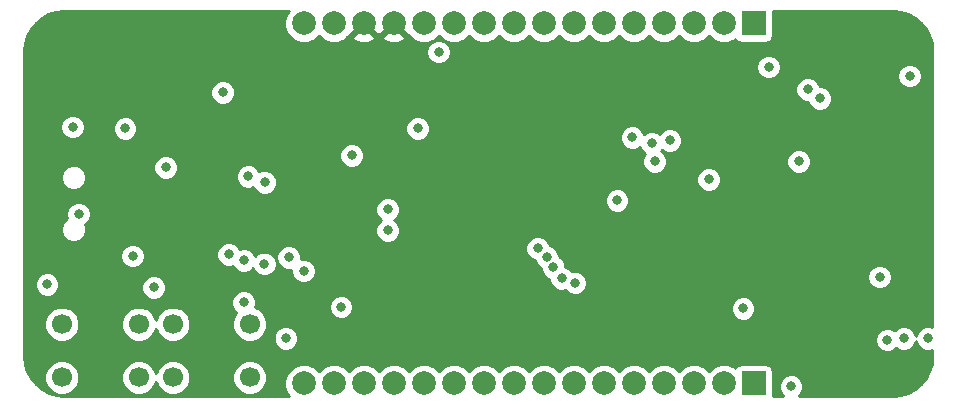
<source format=gbr>
G04 #@! TF.GenerationSoftware,KiCad,Pcbnew,(5.0.0)*
G04 #@! TF.CreationDate,2018-11-26T12:29:23+08:00*
G04 #@! TF.ProjectId,Clouduino Stratus Rev 1,436C6F756475696E6F20537472617475,rev?*
G04 #@! TF.SameCoordinates,Original*
G04 #@! TF.FileFunction,Copper,L3,Inr,Signal*
G04 #@! TF.FilePolarity,Positive*
%FSLAX46Y46*%
G04 Gerber Fmt 4.6, Leading zero omitted, Abs format (unit mm)*
G04 Created by KiCad (PCBNEW (5.0.0)) date 11/26/18 12:29:23*
%MOMM*%
%LPD*%
G01*
G04 APERTURE LIST*
G04 #@! TA.AperFunction,ViaPad*
%ADD10C,2.000000*%
G04 #@! TD*
G04 #@! TA.AperFunction,ViaPad*
%ADD11R,2.000000X2.000000*%
G04 #@! TD*
G04 #@! TA.AperFunction,ViaPad*
%ADD12C,1.700000*%
G04 #@! TD*
G04 #@! TA.AperFunction,ViaPad*
%ADD13C,0.800000*%
G04 #@! TD*
G04 #@! TA.AperFunction,Conductor*
%ADD14C,0.254000*%
G04 #@! TD*
G04 APERTURE END LIST*
D10*
G04 #@! TO.N,5V-USB*
G04 #@! TO.C,J2*
X99822000Y-50292000D03*
G04 #@! TO.N,VIN_Breakout*
X102362000Y-50292000D03*
G04 #@! TO.N,VCC*
X104902000Y-50292000D03*
X107442000Y-50292000D03*
G04 #@! TO.N,GND*
X109982000Y-50292000D03*
X112522000Y-50292000D03*
G04 #@! TO.N,GPIO8*
X115062000Y-50292000D03*
G04 #@! TO.N,GPIO7*
X117602000Y-50292000D03*
G04 #@! TO.N,GPIO6*
X120142000Y-50292000D03*
G04 #@! TO.N,GPIO5*
X122682000Y-50292000D03*
G04 #@! TO.N,GPIO4*
X125222000Y-50292000D03*
G04 #@! TO.N,GPIO3*
X127762000Y-50292000D03*
G04 #@! TO.N,GPIO2*
X130302000Y-50292000D03*
G04 #@! TO.N,GPIO1*
X132842000Y-50292000D03*
G04 #@! TO.N,INTA_Breakout*
X135382000Y-50292000D03*
D11*
G04 #@! TO.N,INTB_Breakout*
X137922000Y-50292000D03*
G04 #@! TD*
G04 #@! TO.N,ADC-CH7*
G04 #@! TO.C,J3*
X137922000Y-80772000D03*
D10*
G04 #@! TO.N,ADC-CH6*
X135382000Y-80772000D03*
G04 #@! TO.N,ADC-CH5*
X132842000Y-80772000D03*
G04 #@! TO.N,ADC-CH4*
X130302000Y-80772000D03*
G04 #@! TO.N,ADC-CH3*
X127762000Y-80772000D03*
G04 #@! TO.N,ADC-CH2*
X125222000Y-80772000D03*
G04 #@! TO.N,ADC-CH1*
X122682000Y-80772000D03*
G04 #@! TO.N,ADC-CH0*
X120142000Y-80772000D03*
G04 #@! TO.N,GPIO16*
X117602000Y-80772000D03*
G04 #@! TO.N,GPIO15*
X115062000Y-80772000D03*
G04 #@! TO.N,GPIO14*
X112522000Y-80772000D03*
G04 #@! TO.N,GPIO13*
X109982000Y-80772000D03*
G04 #@! TO.N,GPIO12*
X107442000Y-80772000D03*
G04 #@! TO.N,GPIO11*
X104902000Y-80772000D03*
G04 #@! TO.N,GPIO10*
X102362000Y-80772000D03*
G04 #@! TO.N,GPIO9*
X99822000Y-80772000D03*
G04 #@! TD*
D12*
G04 #@! TO.N,N/C*
G04 #@! TO.C,RST*
X88750000Y-75764000D03*
X95250000Y-75764000D03*
G04 #@! TO.N,AUTO-RESET*
X88750000Y-80264000D03*
G04 #@! TO.N,Net-(R9-Pad2)*
X95250000Y-80264000D03*
G04 #@! TD*
G04 #@! TO.N,GPIO0*
G04 #@! TO.C,PRG*
X85852000Y-80264000D03*
G04 #@! TO.N,Net-(PRG1-Pad2)*
X79352000Y-80264000D03*
G04 #@! TO.N,N/C*
X85852000Y-75764000D03*
X79352000Y-75764000D03*
G04 #@! TD*
D13*
G04 #@! TO.N,GND*
X119634000Y-69342000D03*
X134112000Y-63500000D03*
X109474000Y-59182000D03*
X103886000Y-61468000D03*
X96493366Y-70641413D03*
X92964000Y-56134000D03*
X87122000Y-72644000D03*
X88138000Y-62484000D03*
X99822000Y-71247000D03*
X111252000Y-52705000D03*
X139192000Y-53975000D03*
X141097000Y-81026000D03*
X137033000Y-74422000D03*
X126365000Y-65278000D03*
X80772000Y-66421000D03*
X80264000Y-59055000D03*
X78105000Y-72390000D03*
X85344000Y-69977000D03*
G04 #@! TO.N,VCC*
X120904000Y-68072000D03*
X105156000Y-57150000D03*
X106172000Y-52705000D03*
X126492000Y-58293000D03*
X139192000Y-55880000D03*
X146558000Y-51689000D03*
X143637000Y-81026000D03*
X115824000Y-75057000D03*
G04 #@! TO.N,IO_POWER*
X93472000Y-69850000D03*
X94742000Y-73914000D03*
X95123000Y-63246000D03*
G04 #@! TO.N,5V-USB*
X94742000Y-70358000D03*
X84709000Y-59182000D03*
G04 #@! TO.N,ESP-GPIO12*
X120396000Y-70104000D03*
X142494000Y-55880000D03*
X141732000Y-61976000D03*
X129540000Y-61976000D03*
G04 #@! TO.N,ESP-GPIO13*
X120950701Y-70936051D03*
X130810000Y-60198000D03*
G04 #@! TO.N,ESP-GPIO14*
X121666000Y-71882000D03*
X127635000Y-59944000D03*
X129286000Y-60452000D03*
X143510000Y-56642000D03*
G04 #@! TO.N,ESP-GPIO5*
X122809000Y-72263000D03*
X148590000Y-71755000D03*
G04 #@! TO.N,ESP-TX*
X96520000Y-63754000D03*
X152654000Y-76962000D03*
G04 #@! TO.N,ESP-RX*
X98552000Y-70104000D03*
X150622000Y-76962000D03*
G04 #@! TO.N,GPIO0*
X106934000Y-66040000D03*
X149225000Y-77089000D03*
G04 #@! TO.N,Net-(R9-Pad2)*
X98310700Y-76949300D03*
G04 #@! TO.N,AUTO-RESET*
X106934000Y-67818000D03*
X151130000Y-54737000D03*
X102997000Y-74295000D03*
G04 #@! TD*
D14*
G04 #@! TO.N,VCC*
G36*
X98435914Y-49365847D02*
X98187000Y-49966778D01*
X98187000Y-50617222D01*
X98435914Y-51218153D01*
X98895847Y-51678086D01*
X99496778Y-51927000D01*
X100147222Y-51927000D01*
X100748153Y-51678086D01*
X101092000Y-51334239D01*
X101435847Y-51678086D01*
X102036778Y-51927000D01*
X102687222Y-51927000D01*
X103288153Y-51678086D01*
X103521707Y-51444532D01*
X103929073Y-51444532D01*
X104027736Y-51711387D01*
X104637461Y-51937908D01*
X105287460Y-51913856D01*
X105776264Y-51711387D01*
X105874927Y-51444532D01*
X106469073Y-51444532D01*
X106567736Y-51711387D01*
X107177461Y-51937908D01*
X107827460Y-51913856D01*
X108316264Y-51711387D01*
X108414927Y-51444532D01*
X107442000Y-50471605D01*
X106469073Y-51444532D01*
X105874927Y-51444532D01*
X104902000Y-50471605D01*
X103929073Y-51444532D01*
X103521707Y-51444532D01*
X103714311Y-51251928D01*
X103749468Y-51264927D01*
X104722395Y-50292000D01*
X104708253Y-50277858D01*
X104887858Y-50098253D01*
X104902000Y-50112395D01*
X104916143Y-50098253D01*
X105095748Y-50277858D01*
X105081605Y-50292000D01*
X106054532Y-51264927D01*
X106172000Y-51221496D01*
X106289468Y-51264927D01*
X107262395Y-50292000D01*
X107248253Y-50277858D01*
X107427858Y-50098253D01*
X107442000Y-50112395D01*
X107456143Y-50098253D01*
X107635748Y-50277858D01*
X107621605Y-50292000D01*
X108594532Y-51264927D01*
X108629689Y-51251928D01*
X109055847Y-51678086D01*
X109656778Y-51927000D01*
X110307222Y-51927000D01*
X110908153Y-51678086D01*
X111252000Y-51334239D01*
X111595847Y-51678086D01*
X112196778Y-51927000D01*
X112847222Y-51927000D01*
X113448153Y-51678086D01*
X113792000Y-51334239D01*
X114135847Y-51678086D01*
X114736778Y-51927000D01*
X115387222Y-51927000D01*
X115988153Y-51678086D01*
X116332000Y-51334239D01*
X116675847Y-51678086D01*
X117276778Y-51927000D01*
X117927222Y-51927000D01*
X118528153Y-51678086D01*
X118872000Y-51334239D01*
X119215847Y-51678086D01*
X119816778Y-51927000D01*
X120467222Y-51927000D01*
X121068153Y-51678086D01*
X121412000Y-51334239D01*
X121755847Y-51678086D01*
X122356778Y-51927000D01*
X123007222Y-51927000D01*
X123608153Y-51678086D01*
X123952000Y-51334239D01*
X124295847Y-51678086D01*
X124896778Y-51927000D01*
X125547222Y-51927000D01*
X126148153Y-51678086D01*
X126492000Y-51334239D01*
X126835847Y-51678086D01*
X127436778Y-51927000D01*
X128087222Y-51927000D01*
X128688153Y-51678086D01*
X129032000Y-51334239D01*
X129375847Y-51678086D01*
X129976778Y-51927000D01*
X130627222Y-51927000D01*
X131228153Y-51678086D01*
X131572000Y-51334239D01*
X131915847Y-51678086D01*
X132516778Y-51927000D01*
X133167222Y-51927000D01*
X133768153Y-51678086D01*
X134112000Y-51334239D01*
X134455847Y-51678086D01*
X135056778Y-51927000D01*
X135707222Y-51927000D01*
X136308153Y-51678086D01*
X136372962Y-51613277D01*
X136464191Y-51749809D01*
X136674235Y-51890157D01*
X136922000Y-51939440D01*
X138922000Y-51939440D01*
X139169765Y-51890157D01*
X139379809Y-51749809D01*
X139520157Y-51539765D01*
X139569440Y-51292000D01*
X139569440Y-49292000D01*
X139560887Y-49249000D01*
X149697054Y-49249000D01*
X150378919Y-49315857D01*
X151000243Y-49503446D01*
X151573289Y-49808141D01*
X152076244Y-50218341D01*
X152489943Y-50718417D01*
X152798632Y-51289324D01*
X152990553Y-51909320D01*
X153062000Y-52589093D01*
X153062001Y-76010724D01*
X152859874Y-75927000D01*
X152448126Y-75927000D01*
X152067720Y-76084569D01*
X151776569Y-76375720D01*
X151638000Y-76710256D01*
X151499431Y-76375720D01*
X151208280Y-76084569D01*
X150827874Y-75927000D01*
X150416126Y-75927000D01*
X150035720Y-76084569D01*
X149860000Y-76260289D01*
X149811280Y-76211569D01*
X149430874Y-76054000D01*
X149019126Y-76054000D01*
X148638720Y-76211569D01*
X148347569Y-76502720D01*
X148190000Y-76883126D01*
X148190000Y-77294874D01*
X148347569Y-77675280D01*
X148638720Y-77966431D01*
X149019126Y-78124000D01*
X149430874Y-78124000D01*
X149811280Y-77966431D01*
X149987000Y-77790711D01*
X150035720Y-77839431D01*
X150416126Y-77997000D01*
X150827874Y-77997000D01*
X151208280Y-77839431D01*
X151499431Y-77548280D01*
X151638000Y-77213744D01*
X151776569Y-77548280D01*
X152067720Y-77839431D01*
X152448126Y-77997000D01*
X152859874Y-77997000D01*
X153062001Y-77913276D01*
X153062001Y-78450044D01*
X152995143Y-79131920D01*
X152807554Y-79753243D01*
X152502860Y-80326288D01*
X152092659Y-80829244D01*
X151592583Y-81242943D01*
X151021670Y-81551635D01*
X150401679Y-81743553D01*
X149721907Y-81815000D01*
X141771711Y-81815000D01*
X141974431Y-81612280D01*
X142132000Y-81231874D01*
X142132000Y-80820126D01*
X141974431Y-80439720D01*
X141683280Y-80148569D01*
X141302874Y-79991000D01*
X140891126Y-79991000D01*
X140510720Y-80148569D01*
X140219569Y-80439720D01*
X140062000Y-80820126D01*
X140062000Y-81231874D01*
X140219569Y-81612280D01*
X140422289Y-81815000D01*
X139560887Y-81815000D01*
X139569440Y-81772000D01*
X139569440Y-79772000D01*
X139520157Y-79524235D01*
X139379809Y-79314191D01*
X139169765Y-79173843D01*
X138922000Y-79124560D01*
X136922000Y-79124560D01*
X136674235Y-79173843D01*
X136464191Y-79314191D01*
X136372962Y-79450723D01*
X136308153Y-79385914D01*
X135707222Y-79137000D01*
X135056778Y-79137000D01*
X134455847Y-79385914D01*
X134112000Y-79729761D01*
X133768153Y-79385914D01*
X133167222Y-79137000D01*
X132516778Y-79137000D01*
X131915847Y-79385914D01*
X131572000Y-79729761D01*
X131228153Y-79385914D01*
X130627222Y-79137000D01*
X129976778Y-79137000D01*
X129375847Y-79385914D01*
X129032000Y-79729761D01*
X128688153Y-79385914D01*
X128087222Y-79137000D01*
X127436778Y-79137000D01*
X126835847Y-79385914D01*
X126492000Y-79729761D01*
X126148153Y-79385914D01*
X125547222Y-79137000D01*
X124896778Y-79137000D01*
X124295847Y-79385914D01*
X123952000Y-79729761D01*
X123608153Y-79385914D01*
X123007222Y-79137000D01*
X122356778Y-79137000D01*
X121755847Y-79385914D01*
X121412000Y-79729761D01*
X121068153Y-79385914D01*
X120467222Y-79137000D01*
X119816778Y-79137000D01*
X119215847Y-79385914D01*
X118872000Y-79729761D01*
X118528153Y-79385914D01*
X117927222Y-79137000D01*
X117276778Y-79137000D01*
X116675847Y-79385914D01*
X116332000Y-79729761D01*
X115988153Y-79385914D01*
X115387222Y-79137000D01*
X114736778Y-79137000D01*
X114135847Y-79385914D01*
X113792000Y-79729761D01*
X113448153Y-79385914D01*
X112847222Y-79137000D01*
X112196778Y-79137000D01*
X111595847Y-79385914D01*
X111252000Y-79729761D01*
X110908153Y-79385914D01*
X110307222Y-79137000D01*
X109656778Y-79137000D01*
X109055847Y-79385914D01*
X108712000Y-79729761D01*
X108368153Y-79385914D01*
X107767222Y-79137000D01*
X107116778Y-79137000D01*
X106515847Y-79385914D01*
X106172000Y-79729761D01*
X105828153Y-79385914D01*
X105227222Y-79137000D01*
X104576778Y-79137000D01*
X103975847Y-79385914D01*
X103632000Y-79729761D01*
X103288153Y-79385914D01*
X102687222Y-79137000D01*
X102036778Y-79137000D01*
X101435847Y-79385914D01*
X101092000Y-79729761D01*
X100748153Y-79385914D01*
X100147222Y-79137000D01*
X99496778Y-79137000D01*
X98895847Y-79385914D01*
X98435914Y-79845847D01*
X98187000Y-80446778D01*
X98187000Y-81097222D01*
X98435914Y-81698153D01*
X98552761Y-81815000D01*
X79537946Y-81815000D01*
X78856080Y-81748143D01*
X78234757Y-81560554D01*
X77661712Y-81255860D01*
X77158756Y-80845659D01*
X76745057Y-80345583D01*
X76541231Y-79968615D01*
X77867000Y-79968615D01*
X77867000Y-80559385D01*
X78093078Y-81105185D01*
X78510815Y-81522922D01*
X79056615Y-81749000D01*
X79647385Y-81749000D01*
X80193185Y-81522922D01*
X80610922Y-81105185D01*
X80837000Y-80559385D01*
X80837000Y-79968615D01*
X84367000Y-79968615D01*
X84367000Y-80559385D01*
X84593078Y-81105185D01*
X85010815Y-81522922D01*
X85556615Y-81749000D01*
X86147385Y-81749000D01*
X86693185Y-81522922D01*
X87110922Y-81105185D01*
X87301000Y-80646297D01*
X87491078Y-81105185D01*
X87908815Y-81522922D01*
X88454615Y-81749000D01*
X89045385Y-81749000D01*
X89591185Y-81522922D01*
X90008922Y-81105185D01*
X90235000Y-80559385D01*
X90235000Y-79968615D01*
X93765000Y-79968615D01*
X93765000Y-80559385D01*
X93991078Y-81105185D01*
X94408815Y-81522922D01*
X94954615Y-81749000D01*
X95545385Y-81749000D01*
X96091185Y-81522922D01*
X96508922Y-81105185D01*
X96735000Y-80559385D01*
X96735000Y-79968615D01*
X96508922Y-79422815D01*
X96091185Y-79005078D01*
X95545385Y-78779000D01*
X94954615Y-78779000D01*
X94408815Y-79005078D01*
X93991078Y-79422815D01*
X93765000Y-79968615D01*
X90235000Y-79968615D01*
X90008922Y-79422815D01*
X89591185Y-79005078D01*
X89045385Y-78779000D01*
X88454615Y-78779000D01*
X87908815Y-79005078D01*
X87491078Y-79422815D01*
X87301000Y-79881703D01*
X87110922Y-79422815D01*
X86693185Y-79005078D01*
X86147385Y-78779000D01*
X85556615Y-78779000D01*
X85010815Y-79005078D01*
X84593078Y-79422815D01*
X84367000Y-79968615D01*
X80837000Y-79968615D01*
X80610922Y-79422815D01*
X80193185Y-79005078D01*
X79647385Y-78779000D01*
X79056615Y-78779000D01*
X78510815Y-79005078D01*
X78093078Y-79422815D01*
X77867000Y-79968615D01*
X76541231Y-79968615D01*
X76436365Y-79774670D01*
X76244447Y-79154679D01*
X76173000Y-78474907D01*
X76173000Y-75468615D01*
X77867000Y-75468615D01*
X77867000Y-76059385D01*
X78093078Y-76605185D01*
X78510815Y-77022922D01*
X79056615Y-77249000D01*
X79647385Y-77249000D01*
X80193185Y-77022922D01*
X80610922Y-76605185D01*
X80837000Y-76059385D01*
X80837000Y-75468615D01*
X84367000Y-75468615D01*
X84367000Y-76059385D01*
X84593078Y-76605185D01*
X85010815Y-77022922D01*
X85556615Y-77249000D01*
X86147385Y-77249000D01*
X86693185Y-77022922D01*
X87110922Y-76605185D01*
X87301000Y-76146297D01*
X87491078Y-76605185D01*
X87908815Y-77022922D01*
X88454615Y-77249000D01*
X89045385Y-77249000D01*
X89591185Y-77022922D01*
X90008922Y-76605185D01*
X90235000Y-76059385D01*
X90235000Y-75468615D01*
X90008922Y-74922815D01*
X89591185Y-74505078D01*
X89045385Y-74279000D01*
X88454615Y-74279000D01*
X87908815Y-74505078D01*
X87491078Y-74922815D01*
X87301000Y-75381703D01*
X87110922Y-74922815D01*
X86693185Y-74505078D01*
X86147385Y-74279000D01*
X85556615Y-74279000D01*
X85010815Y-74505078D01*
X84593078Y-74922815D01*
X84367000Y-75468615D01*
X80837000Y-75468615D01*
X80610922Y-74922815D01*
X80193185Y-74505078D01*
X79647385Y-74279000D01*
X79056615Y-74279000D01*
X78510815Y-74505078D01*
X78093078Y-74922815D01*
X77867000Y-75468615D01*
X76173000Y-75468615D01*
X76173000Y-73708126D01*
X93707000Y-73708126D01*
X93707000Y-74119874D01*
X93864569Y-74500280D01*
X94139091Y-74774802D01*
X93991078Y-74922815D01*
X93765000Y-75468615D01*
X93765000Y-76059385D01*
X93991078Y-76605185D01*
X94408815Y-77022922D01*
X94954615Y-77249000D01*
X95545385Y-77249000D01*
X96091185Y-77022922D01*
X96370681Y-76743426D01*
X97275700Y-76743426D01*
X97275700Y-77155174D01*
X97433269Y-77535580D01*
X97724420Y-77826731D01*
X98104826Y-77984300D01*
X98516574Y-77984300D01*
X98896980Y-77826731D01*
X99188131Y-77535580D01*
X99345700Y-77155174D01*
X99345700Y-76743426D01*
X99188131Y-76363020D01*
X98896980Y-76071869D01*
X98516574Y-75914300D01*
X98104826Y-75914300D01*
X97724420Y-76071869D01*
X97433269Y-76363020D01*
X97275700Y-76743426D01*
X96370681Y-76743426D01*
X96508922Y-76605185D01*
X96735000Y-76059385D01*
X96735000Y-75468615D01*
X96508922Y-74922815D01*
X96091185Y-74505078D01*
X95686821Y-74337585D01*
X95777000Y-74119874D01*
X95777000Y-74089126D01*
X101962000Y-74089126D01*
X101962000Y-74500874D01*
X102119569Y-74881280D01*
X102410720Y-75172431D01*
X102791126Y-75330000D01*
X103202874Y-75330000D01*
X103583280Y-75172431D01*
X103874431Y-74881280D01*
X104032000Y-74500874D01*
X104032000Y-74216126D01*
X135998000Y-74216126D01*
X135998000Y-74627874D01*
X136155569Y-75008280D01*
X136446720Y-75299431D01*
X136827126Y-75457000D01*
X137238874Y-75457000D01*
X137619280Y-75299431D01*
X137910431Y-75008280D01*
X138068000Y-74627874D01*
X138068000Y-74216126D01*
X137910431Y-73835720D01*
X137619280Y-73544569D01*
X137238874Y-73387000D01*
X136827126Y-73387000D01*
X136446720Y-73544569D01*
X136155569Y-73835720D01*
X135998000Y-74216126D01*
X104032000Y-74216126D01*
X104032000Y-74089126D01*
X103874431Y-73708720D01*
X103583280Y-73417569D01*
X103202874Y-73260000D01*
X102791126Y-73260000D01*
X102410720Y-73417569D01*
X102119569Y-73708720D01*
X101962000Y-74089126D01*
X95777000Y-74089126D01*
X95777000Y-73708126D01*
X95619431Y-73327720D01*
X95328280Y-73036569D01*
X94947874Y-72879000D01*
X94536126Y-72879000D01*
X94155720Y-73036569D01*
X93864569Y-73327720D01*
X93707000Y-73708126D01*
X76173000Y-73708126D01*
X76173000Y-72184126D01*
X77070000Y-72184126D01*
X77070000Y-72595874D01*
X77227569Y-72976280D01*
X77518720Y-73267431D01*
X77899126Y-73425000D01*
X78310874Y-73425000D01*
X78691280Y-73267431D01*
X78982431Y-72976280D01*
X79140000Y-72595874D01*
X79140000Y-72438126D01*
X86087000Y-72438126D01*
X86087000Y-72849874D01*
X86244569Y-73230280D01*
X86535720Y-73521431D01*
X86916126Y-73679000D01*
X87327874Y-73679000D01*
X87708280Y-73521431D01*
X87999431Y-73230280D01*
X88157000Y-72849874D01*
X88157000Y-72438126D01*
X87999431Y-72057720D01*
X87708280Y-71766569D01*
X87327874Y-71609000D01*
X86916126Y-71609000D01*
X86535720Y-71766569D01*
X86244569Y-72057720D01*
X86087000Y-72438126D01*
X79140000Y-72438126D01*
X79140000Y-72184126D01*
X78982431Y-71803720D01*
X78691280Y-71512569D01*
X78310874Y-71355000D01*
X77899126Y-71355000D01*
X77518720Y-71512569D01*
X77227569Y-71803720D01*
X77070000Y-72184126D01*
X76173000Y-72184126D01*
X76173000Y-69771126D01*
X84309000Y-69771126D01*
X84309000Y-70182874D01*
X84466569Y-70563280D01*
X84757720Y-70854431D01*
X85138126Y-71012000D01*
X85549874Y-71012000D01*
X85930280Y-70854431D01*
X86221431Y-70563280D01*
X86379000Y-70182874D01*
X86379000Y-69771126D01*
X86326395Y-69644126D01*
X92437000Y-69644126D01*
X92437000Y-70055874D01*
X92594569Y-70436280D01*
X92885720Y-70727431D01*
X93266126Y-70885000D01*
X93677874Y-70885000D01*
X93816270Y-70827675D01*
X93864569Y-70944280D01*
X94155720Y-71235431D01*
X94536126Y-71393000D01*
X94947874Y-71393000D01*
X95328280Y-71235431D01*
X95533949Y-71029762D01*
X95615935Y-71227693D01*
X95907086Y-71518844D01*
X96287492Y-71676413D01*
X96699240Y-71676413D01*
X97079646Y-71518844D01*
X97370797Y-71227693D01*
X97528366Y-70847287D01*
X97528366Y-70435539D01*
X97370797Y-70055133D01*
X97213790Y-69898126D01*
X97517000Y-69898126D01*
X97517000Y-70309874D01*
X97674569Y-70690280D01*
X97965720Y-70981431D01*
X98346126Y-71139000D01*
X98757874Y-71139000D01*
X98787000Y-71126936D01*
X98787000Y-71452874D01*
X98944569Y-71833280D01*
X99235720Y-72124431D01*
X99616126Y-72282000D01*
X100027874Y-72282000D01*
X100408280Y-72124431D01*
X100699431Y-71833280D01*
X100857000Y-71452874D01*
X100857000Y-71041126D01*
X100699431Y-70660720D01*
X100408280Y-70369569D01*
X100027874Y-70212000D01*
X99616126Y-70212000D01*
X99587000Y-70224064D01*
X99587000Y-69898126D01*
X99429431Y-69517720D01*
X99138280Y-69226569D01*
X98919931Y-69136126D01*
X118599000Y-69136126D01*
X118599000Y-69547874D01*
X118756569Y-69928280D01*
X119047720Y-70219431D01*
X119380661Y-70357339D01*
X119518569Y-70690280D01*
X119809720Y-70981431D01*
X119915701Y-71025330D01*
X119915701Y-71141925D01*
X120073270Y-71522331D01*
X120364421Y-71813482D01*
X120631000Y-71923902D01*
X120631000Y-72087874D01*
X120788569Y-72468280D01*
X121079720Y-72759431D01*
X121460126Y-72917000D01*
X121871874Y-72917000D01*
X121961970Y-72879681D01*
X122222720Y-73140431D01*
X122603126Y-73298000D01*
X123014874Y-73298000D01*
X123395280Y-73140431D01*
X123686431Y-72849280D01*
X123844000Y-72468874D01*
X123844000Y-72057126D01*
X123686431Y-71676720D01*
X123558837Y-71549126D01*
X147555000Y-71549126D01*
X147555000Y-71960874D01*
X147712569Y-72341280D01*
X148003720Y-72632431D01*
X148384126Y-72790000D01*
X148795874Y-72790000D01*
X149176280Y-72632431D01*
X149467431Y-72341280D01*
X149625000Y-71960874D01*
X149625000Y-71549126D01*
X149467431Y-71168720D01*
X149176280Y-70877569D01*
X148795874Y-70720000D01*
X148384126Y-70720000D01*
X148003720Y-70877569D01*
X147712569Y-71168720D01*
X147555000Y-71549126D01*
X123558837Y-71549126D01*
X123395280Y-71385569D01*
X123014874Y-71228000D01*
X122603126Y-71228000D01*
X122513030Y-71265319D01*
X122252280Y-71004569D01*
X121985701Y-70894149D01*
X121985701Y-70730177D01*
X121828132Y-70349771D01*
X121536981Y-70058620D01*
X121431000Y-70014721D01*
X121431000Y-69898126D01*
X121273431Y-69517720D01*
X120982280Y-69226569D01*
X120649339Y-69088661D01*
X120511431Y-68755720D01*
X120220280Y-68464569D01*
X119839874Y-68307000D01*
X119428126Y-68307000D01*
X119047720Y-68464569D01*
X118756569Y-68755720D01*
X118599000Y-69136126D01*
X98919931Y-69136126D01*
X98757874Y-69069000D01*
X98346126Y-69069000D01*
X97965720Y-69226569D01*
X97674569Y-69517720D01*
X97517000Y-69898126D01*
X97213790Y-69898126D01*
X97079646Y-69763982D01*
X96699240Y-69606413D01*
X96287492Y-69606413D01*
X95907086Y-69763982D01*
X95701417Y-69969651D01*
X95619431Y-69771720D01*
X95328280Y-69480569D01*
X94947874Y-69323000D01*
X94536126Y-69323000D01*
X94397730Y-69380325D01*
X94349431Y-69263720D01*
X94058280Y-68972569D01*
X93677874Y-68815000D01*
X93266126Y-68815000D01*
X92885720Y-68972569D01*
X92594569Y-69263720D01*
X92437000Y-69644126D01*
X86326395Y-69644126D01*
X86221431Y-69390720D01*
X85930280Y-69099569D01*
X85549874Y-68942000D01*
X85138126Y-68942000D01*
X84757720Y-69099569D01*
X84466569Y-69390720D01*
X84309000Y-69771126D01*
X76173000Y-69771126D01*
X76173000Y-67511180D01*
X79252000Y-67511180D01*
X79252000Y-67942820D01*
X79417182Y-68341603D01*
X79722397Y-68646818D01*
X80121180Y-68812000D01*
X80552820Y-68812000D01*
X80951603Y-68646818D01*
X81256818Y-68341603D01*
X81422000Y-67942820D01*
X81422000Y-67511180D01*
X81337450Y-67307059D01*
X81358280Y-67298431D01*
X81649431Y-67007280D01*
X81807000Y-66626874D01*
X81807000Y-66215126D01*
X81649431Y-65834720D01*
X81648837Y-65834126D01*
X105899000Y-65834126D01*
X105899000Y-66245874D01*
X106056569Y-66626280D01*
X106347720Y-66917431D01*
X106375650Y-66929000D01*
X106347720Y-66940569D01*
X106056569Y-67231720D01*
X105899000Y-67612126D01*
X105899000Y-68023874D01*
X106056569Y-68404280D01*
X106347720Y-68695431D01*
X106728126Y-68853000D01*
X107139874Y-68853000D01*
X107520280Y-68695431D01*
X107811431Y-68404280D01*
X107969000Y-68023874D01*
X107969000Y-67612126D01*
X107811431Y-67231720D01*
X107520280Y-66940569D01*
X107492350Y-66929000D01*
X107520280Y-66917431D01*
X107811431Y-66626280D01*
X107969000Y-66245874D01*
X107969000Y-65834126D01*
X107811431Y-65453720D01*
X107520280Y-65162569D01*
X107301931Y-65072126D01*
X125330000Y-65072126D01*
X125330000Y-65483874D01*
X125487569Y-65864280D01*
X125778720Y-66155431D01*
X126159126Y-66313000D01*
X126570874Y-66313000D01*
X126951280Y-66155431D01*
X127242431Y-65864280D01*
X127400000Y-65483874D01*
X127400000Y-65072126D01*
X127242431Y-64691720D01*
X126951280Y-64400569D01*
X126570874Y-64243000D01*
X126159126Y-64243000D01*
X125778720Y-64400569D01*
X125487569Y-64691720D01*
X125330000Y-65072126D01*
X107301931Y-65072126D01*
X107139874Y-65005000D01*
X106728126Y-65005000D01*
X106347720Y-65162569D01*
X106056569Y-65453720D01*
X105899000Y-65834126D01*
X81648837Y-65834126D01*
X81358280Y-65543569D01*
X80977874Y-65386000D01*
X80566126Y-65386000D01*
X80185720Y-65543569D01*
X79894569Y-65834720D01*
X79737000Y-66215126D01*
X79737000Y-66626874D01*
X79798610Y-66775613D01*
X79722397Y-66807182D01*
X79417182Y-67112397D01*
X79252000Y-67511180D01*
X76173000Y-67511180D01*
X76173000Y-63111180D01*
X79252000Y-63111180D01*
X79252000Y-63542820D01*
X79417182Y-63941603D01*
X79722397Y-64246818D01*
X80121180Y-64412000D01*
X80552820Y-64412000D01*
X80951603Y-64246818D01*
X81256818Y-63941603D01*
X81422000Y-63542820D01*
X81422000Y-63111180D01*
X81256818Y-62712397D01*
X80951603Y-62407182D01*
X80640036Y-62278126D01*
X87103000Y-62278126D01*
X87103000Y-62689874D01*
X87260569Y-63070280D01*
X87551720Y-63361431D01*
X87932126Y-63519000D01*
X88343874Y-63519000D01*
X88724280Y-63361431D01*
X89015431Y-63070280D01*
X89027921Y-63040126D01*
X94088000Y-63040126D01*
X94088000Y-63451874D01*
X94245569Y-63832280D01*
X94536720Y-64123431D01*
X94917126Y-64281000D01*
X95328874Y-64281000D01*
X95575671Y-64178774D01*
X95642569Y-64340280D01*
X95933720Y-64631431D01*
X96314126Y-64789000D01*
X96725874Y-64789000D01*
X97106280Y-64631431D01*
X97397431Y-64340280D01*
X97555000Y-63959874D01*
X97555000Y-63548126D01*
X97449790Y-63294126D01*
X133077000Y-63294126D01*
X133077000Y-63705874D01*
X133234569Y-64086280D01*
X133525720Y-64377431D01*
X133906126Y-64535000D01*
X134317874Y-64535000D01*
X134698280Y-64377431D01*
X134989431Y-64086280D01*
X135147000Y-63705874D01*
X135147000Y-63294126D01*
X134989431Y-62913720D01*
X134698280Y-62622569D01*
X134317874Y-62465000D01*
X133906126Y-62465000D01*
X133525720Y-62622569D01*
X133234569Y-62913720D01*
X133077000Y-63294126D01*
X97449790Y-63294126D01*
X97397431Y-63167720D01*
X97106280Y-62876569D01*
X96725874Y-62719000D01*
X96314126Y-62719000D01*
X96067329Y-62821226D01*
X96000431Y-62659720D01*
X95709280Y-62368569D01*
X95328874Y-62211000D01*
X94917126Y-62211000D01*
X94536720Y-62368569D01*
X94245569Y-62659720D01*
X94088000Y-63040126D01*
X89027921Y-63040126D01*
X89173000Y-62689874D01*
X89173000Y-62278126D01*
X89015431Y-61897720D01*
X88724280Y-61606569D01*
X88343874Y-61449000D01*
X87932126Y-61449000D01*
X87551720Y-61606569D01*
X87260569Y-61897720D01*
X87103000Y-62278126D01*
X80640036Y-62278126D01*
X80552820Y-62242000D01*
X80121180Y-62242000D01*
X79722397Y-62407182D01*
X79417182Y-62712397D01*
X79252000Y-63111180D01*
X76173000Y-63111180D01*
X76173000Y-61262126D01*
X102851000Y-61262126D01*
X102851000Y-61673874D01*
X103008569Y-62054280D01*
X103299720Y-62345431D01*
X103680126Y-62503000D01*
X104091874Y-62503000D01*
X104472280Y-62345431D01*
X104763431Y-62054280D01*
X104921000Y-61673874D01*
X104921000Y-61262126D01*
X104763431Y-60881720D01*
X104472280Y-60590569D01*
X104091874Y-60433000D01*
X103680126Y-60433000D01*
X103299720Y-60590569D01*
X103008569Y-60881720D01*
X102851000Y-61262126D01*
X76173000Y-61262126D01*
X76173000Y-58849126D01*
X79229000Y-58849126D01*
X79229000Y-59260874D01*
X79386569Y-59641280D01*
X79677720Y-59932431D01*
X80058126Y-60090000D01*
X80469874Y-60090000D01*
X80850280Y-59932431D01*
X81141431Y-59641280D01*
X81299000Y-59260874D01*
X81299000Y-58976126D01*
X83674000Y-58976126D01*
X83674000Y-59387874D01*
X83831569Y-59768280D01*
X84122720Y-60059431D01*
X84503126Y-60217000D01*
X84914874Y-60217000D01*
X85295280Y-60059431D01*
X85586431Y-59768280D01*
X85744000Y-59387874D01*
X85744000Y-58976126D01*
X108439000Y-58976126D01*
X108439000Y-59387874D01*
X108596569Y-59768280D01*
X108887720Y-60059431D01*
X109268126Y-60217000D01*
X109679874Y-60217000D01*
X110060280Y-60059431D01*
X110351431Y-59768280D01*
X110363921Y-59738126D01*
X126600000Y-59738126D01*
X126600000Y-60149874D01*
X126757569Y-60530280D01*
X127048720Y-60821431D01*
X127429126Y-60979000D01*
X127840874Y-60979000D01*
X128221280Y-60821431D01*
X128290200Y-60752511D01*
X128408569Y-61038280D01*
X128699720Y-61329431D01*
X128716081Y-61336208D01*
X128662569Y-61389720D01*
X128505000Y-61770126D01*
X128505000Y-62181874D01*
X128662569Y-62562280D01*
X128953720Y-62853431D01*
X129334126Y-63011000D01*
X129745874Y-63011000D01*
X130126280Y-62853431D01*
X130417431Y-62562280D01*
X130575000Y-62181874D01*
X130575000Y-61770126D01*
X140697000Y-61770126D01*
X140697000Y-62181874D01*
X140854569Y-62562280D01*
X141145720Y-62853431D01*
X141526126Y-63011000D01*
X141937874Y-63011000D01*
X142318280Y-62853431D01*
X142609431Y-62562280D01*
X142767000Y-62181874D01*
X142767000Y-61770126D01*
X142609431Y-61389720D01*
X142318280Y-61098569D01*
X141937874Y-60941000D01*
X141526126Y-60941000D01*
X141145720Y-61098569D01*
X140854569Y-61389720D01*
X140697000Y-61770126D01*
X130575000Y-61770126D01*
X130417431Y-61389720D01*
X130126280Y-61098569D01*
X130109919Y-61091792D01*
X130163431Y-61038280D01*
X130170208Y-61021919D01*
X130223720Y-61075431D01*
X130604126Y-61233000D01*
X131015874Y-61233000D01*
X131396280Y-61075431D01*
X131687431Y-60784280D01*
X131845000Y-60403874D01*
X131845000Y-59992126D01*
X131687431Y-59611720D01*
X131396280Y-59320569D01*
X131015874Y-59163000D01*
X130604126Y-59163000D01*
X130223720Y-59320569D01*
X129932569Y-59611720D01*
X129925792Y-59628081D01*
X129872280Y-59574569D01*
X129491874Y-59417000D01*
X129080126Y-59417000D01*
X128699720Y-59574569D01*
X128630800Y-59643489D01*
X128512431Y-59357720D01*
X128221280Y-59066569D01*
X127840874Y-58909000D01*
X127429126Y-58909000D01*
X127048720Y-59066569D01*
X126757569Y-59357720D01*
X126600000Y-59738126D01*
X110363921Y-59738126D01*
X110509000Y-59387874D01*
X110509000Y-58976126D01*
X110351431Y-58595720D01*
X110060280Y-58304569D01*
X109679874Y-58147000D01*
X109268126Y-58147000D01*
X108887720Y-58304569D01*
X108596569Y-58595720D01*
X108439000Y-58976126D01*
X85744000Y-58976126D01*
X85586431Y-58595720D01*
X85295280Y-58304569D01*
X84914874Y-58147000D01*
X84503126Y-58147000D01*
X84122720Y-58304569D01*
X83831569Y-58595720D01*
X83674000Y-58976126D01*
X81299000Y-58976126D01*
X81299000Y-58849126D01*
X81141431Y-58468720D01*
X80850280Y-58177569D01*
X80469874Y-58020000D01*
X80058126Y-58020000D01*
X79677720Y-58177569D01*
X79386569Y-58468720D01*
X79229000Y-58849126D01*
X76173000Y-58849126D01*
X76173000Y-55928126D01*
X91929000Y-55928126D01*
X91929000Y-56339874D01*
X92086569Y-56720280D01*
X92377720Y-57011431D01*
X92758126Y-57169000D01*
X93169874Y-57169000D01*
X93550280Y-57011431D01*
X93841431Y-56720280D01*
X93999000Y-56339874D01*
X93999000Y-55928126D01*
X93893790Y-55674126D01*
X141459000Y-55674126D01*
X141459000Y-56085874D01*
X141616569Y-56466280D01*
X141907720Y-56757431D01*
X142288126Y-56915000D01*
X142502804Y-56915000D01*
X142632569Y-57228280D01*
X142923720Y-57519431D01*
X143304126Y-57677000D01*
X143715874Y-57677000D01*
X144096280Y-57519431D01*
X144387431Y-57228280D01*
X144545000Y-56847874D01*
X144545000Y-56436126D01*
X144387431Y-56055720D01*
X144096280Y-55764569D01*
X143715874Y-55607000D01*
X143501196Y-55607000D01*
X143371431Y-55293720D01*
X143080280Y-55002569D01*
X142699874Y-54845000D01*
X142288126Y-54845000D01*
X141907720Y-55002569D01*
X141616569Y-55293720D01*
X141459000Y-55674126D01*
X93893790Y-55674126D01*
X93841431Y-55547720D01*
X93550280Y-55256569D01*
X93169874Y-55099000D01*
X92758126Y-55099000D01*
X92377720Y-55256569D01*
X92086569Y-55547720D01*
X91929000Y-55928126D01*
X76173000Y-55928126D01*
X76173000Y-53769126D01*
X138157000Y-53769126D01*
X138157000Y-54180874D01*
X138314569Y-54561280D01*
X138605720Y-54852431D01*
X138986126Y-55010000D01*
X139397874Y-55010000D01*
X139778280Y-54852431D01*
X140069431Y-54561280D01*
X140081921Y-54531126D01*
X150095000Y-54531126D01*
X150095000Y-54942874D01*
X150252569Y-55323280D01*
X150543720Y-55614431D01*
X150924126Y-55772000D01*
X151335874Y-55772000D01*
X151716280Y-55614431D01*
X152007431Y-55323280D01*
X152165000Y-54942874D01*
X152165000Y-54531126D01*
X152007431Y-54150720D01*
X151716280Y-53859569D01*
X151335874Y-53702000D01*
X150924126Y-53702000D01*
X150543720Y-53859569D01*
X150252569Y-54150720D01*
X150095000Y-54531126D01*
X140081921Y-54531126D01*
X140227000Y-54180874D01*
X140227000Y-53769126D01*
X140069431Y-53388720D01*
X139778280Y-53097569D01*
X139397874Y-52940000D01*
X138986126Y-52940000D01*
X138605720Y-53097569D01*
X138314569Y-53388720D01*
X138157000Y-53769126D01*
X76173000Y-53769126D01*
X76173000Y-52613946D01*
X76184258Y-52499126D01*
X110217000Y-52499126D01*
X110217000Y-52910874D01*
X110374569Y-53291280D01*
X110665720Y-53582431D01*
X111046126Y-53740000D01*
X111457874Y-53740000D01*
X111838280Y-53582431D01*
X112129431Y-53291280D01*
X112287000Y-52910874D01*
X112287000Y-52499126D01*
X112129431Y-52118720D01*
X111838280Y-51827569D01*
X111457874Y-51670000D01*
X111046126Y-51670000D01*
X110665720Y-51827569D01*
X110374569Y-52118720D01*
X110217000Y-52499126D01*
X76184258Y-52499126D01*
X76239857Y-51932081D01*
X76427446Y-51310757D01*
X76732141Y-50737711D01*
X77142341Y-50234756D01*
X77642417Y-49821057D01*
X78213324Y-49512368D01*
X78833320Y-49320447D01*
X79513093Y-49249000D01*
X98552761Y-49249000D01*
X98435914Y-49365847D01*
X98435914Y-49365847D01*
G37*
X98435914Y-49365847D02*
X98187000Y-49966778D01*
X98187000Y-50617222D01*
X98435914Y-51218153D01*
X98895847Y-51678086D01*
X99496778Y-51927000D01*
X100147222Y-51927000D01*
X100748153Y-51678086D01*
X101092000Y-51334239D01*
X101435847Y-51678086D01*
X102036778Y-51927000D01*
X102687222Y-51927000D01*
X103288153Y-51678086D01*
X103521707Y-51444532D01*
X103929073Y-51444532D01*
X104027736Y-51711387D01*
X104637461Y-51937908D01*
X105287460Y-51913856D01*
X105776264Y-51711387D01*
X105874927Y-51444532D01*
X106469073Y-51444532D01*
X106567736Y-51711387D01*
X107177461Y-51937908D01*
X107827460Y-51913856D01*
X108316264Y-51711387D01*
X108414927Y-51444532D01*
X107442000Y-50471605D01*
X106469073Y-51444532D01*
X105874927Y-51444532D01*
X104902000Y-50471605D01*
X103929073Y-51444532D01*
X103521707Y-51444532D01*
X103714311Y-51251928D01*
X103749468Y-51264927D01*
X104722395Y-50292000D01*
X104708253Y-50277858D01*
X104887858Y-50098253D01*
X104902000Y-50112395D01*
X104916143Y-50098253D01*
X105095748Y-50277858D01*
X105081605Y-50292000D01*
X106054532Y-51264927D01*
X106172000Y-51221496D01*
X106289468Y-51264927D01*
X107262395Y-50292000D01*
X107248253Y-50277858D01*
X107427858Y-50098253D01*
X107442000Y-50112395D01*
X107456143Y-50098253D01*
X107635748Y-50277858D01*
X107621605Y-50292000D01*
X108594532Y-51264927D01*
X108629689Y-51251928D01*
X109055847Y-51678086D01*
X109656778Y-51927000D01*
X110307222Y-51927000D01*
X110908153Y-51678086D01*
X111252000Y-51334239D01*
X111595847Y-51678086D01*
X112196778Y-51927000D01*
X112847222Y-51927000D01*
X113448153Y-51678086D01*
X113792000Y-51334239D01*
X114135847Y-51678086D01*
X114736778Y-51927000D01*
X115387222Y-51927000D01*
X115988153Y-51678086D01*
X116332000Y-51334239D01*
X116675847Y-51678086D01*
X117276778Y-51927000D01*
X117927222Y-51927000D01*
X118528153Y-51678086D01*
X118872000Y-51334239D01*
X119215847Y-51678086D01*
X119816778Y-51927000D01*
X120467222Y-51927000D01*
X121068153Y-51678086D01*
X121412000Y-51334239D01*
X121755847Y-51678086D01*
X122356778Y-51927000D01*
X123007222Y-51927000D01*
X123608153Y-51678086D01*
X123952000Y-51334239D01*
X124295847Y-51678086D01*
X124896778Y-51927000D01*
X125547222Y-51927000D01*
X126148153Y-51678086D01*
X126492000Y-51334239D01*
X126835847Y-51678086D01*
X127436778Y-51927000D01*
X128087222Y-51927000D01*
X128688153Y-51678086D01*
X129032000Y-51334239D01*
X129375847Y-51678086D01*
X129976778Y-51927000D01*
X130627222Y-51927000D01*
X131228153Y-51678086D01*
X131572000Y-51334239D01*
X131915847Y-51678086D01*
X132516778Y-51927000D01*
X133167222Y-51927000D01*
X133768153Y-51678086D01*
X134112000Y-51334239D01*
X134455847Y-51678086D01*
X135056778Y-51927000D01*
X135707222Y-51927000D01*
X136308153Y-51678086D01*
X136372962Y-51613277D01*
X136464191Y-51749809D01*
X136674235Y-51890157D01*
X136922000Y-51939440D01*
X138922000Y-51939440D01*
X139169765Y-51890157D01*
X139379809Y-51749809D01*
X139520157Y-51539765D01*
X139569440Y-51292000D01*
X139569440Y-49292000D01*
X139560887Y-49249000D01*
X149697054Y-49249000D01*
X150378919Y-49315857D01*
X151000243Y-49503446D01*
X151573289Y-49808141D01*
X152076244Y-50218341D01*
X152489943Y-50718417D01*
X152798632Y-51289324D01*
X152990553Y-51909320D01*
X153062000Y-52589093D01*
X153062001Y-76010724D01*
X152859874Y-75927000D01*
X152448126Y-75927000D01*
X152067720Y-76084569D01*
X151776569Y-76375720D01*
X151638000Y-76710256D01*
X151499431Y-76375720D01*
X151208280Y-76084569D01*
X150827874Y-75927000D01*
X150416126Y-75927000D01*
X150035720Y-76084569D01*
X149860000Y-76260289D01*
X149811280Y-76211569D01*
X149430874Y-76054000D01*
X149019126Y-76054000D01*
X148638720Y-76211569D01*
X148347569Y-76502720D01*
X148190000Y-76883126D01*
X148190000Y-77294874D01*
X148347569Y-77675280D01*
X148638720Y-77966431D01*
X149019126Y-78124000D01*
X149430874Y-78124000D01*
X149811280Y-77966431D01*
X149987000Y-77790711D01*
X150035720Y-77839431D01*
X150416126Y-77997000D01*
X150827874Y-77997000D01*
X151208280Y-77839431D01*
X151499431Y-77548280D01*
X151638000Y-77213744D01*
X151776569Y-77548280D01*
X152067720Y-77839431D01*
X152448126Y-77997000D01*
X152859874Y-77997000D01*
X153062001Y-77913276D01*
X153062001Y-78450044D01*
X152995143Y-79131920D01*
X152807554Y-79753243D01*
X152502860Y-80326288D01*
X152092659Y-80829244D01*
X151592583Y-81242943D01*
X151021670Y-81551635D01*
X150401679Y-81743553D01*
X149721907Y-81815000D01*
X141771711Y-81815000D01*
X141974431Y-81612280D01*
X142132000Y-81231874D01*
X142132000Y-80820126D01*
X141974431Y-80439720D01*
X141683280Y-80148569D01*
X141302874Y-79991000D01*
X140891126Y-79991000D01*
X140510720Y-80148569D01*
X140219569Y-80439720D01*
X140062000Y-80820126D01*
X140062000Y-81231874D01*
X140219569Y-81612280D01*
X140422289Y-81815000D01*
X139560887Y-81815000D01*
X139569440Y-81772000D01*
X139569440Y-79772000D01*
X139520157Y-79524235D01*
X139379809Y-79314191D01*
X139169765Y-79173843D01*
X138922000Y-79124560D01*
X136922000Y-79124560D01*
X136674235Y-79173843D01*
X136464191Y-79314191D01*
X136372962Y-79450723D01*
X136308153Y-79385914D01*
X135707222Y-79137000D01*
X135056778Y-79137000D01*
X134455847Y-79385914D01*
X134112000Y-79729761D01*
X133768153Y-79385914D01*
X133167222Y-79137000D01*
X132516778Y-79137000D01*
X131915847Y-79385914D01*
X131572000Y-79729761D01*
X131228153Y-79385914D01*
X130627222Y-79137000D01*
X129976778Y-79137000D01*
X129375847Y-79385914D01*
X129032000Y-79729761D01*
X128688153Y-79385914D01*
X128087222Y-79137000D01*
X127436778Y-79137000D01*
X126835847Y-79385914D01*
X126492000Y-79729761D01*
X126148153Y-79385914D01*
X125547222Y-79137000D01*
X124896778Y-79137000D01*
X124295847Y-79385914D01*
X123952000Y-79729761D01*
X123608153Y-79385914D01*
X123007222Y-79137000D01*
X122356778Y-79137000D01*
X121755847Y-79385914D01*
X121412000Y-79729761D01*
X121068153Y-79385914D01*
X120467222Y-79137000D01*
X119816778Y-79137000D01*
X119215847Y-79385914D01*
X118872000Y-79729761D01*
X118528153Y-79385914D01*
X117927222Y-79137000D01*
X117276778Y-79137000D01*
X116675847Y-79385914D01*
X116332000Y-79729761D01*
X115988153Y-79385914D01*
X115387222Y-79137000D01*
X114736778Y-79137000D01*
X114135847Y-79385914D01*
X113792000Y-79729761D01*
X113448153Y-79385914D01*
X112847222Y-79137000D01*
X112196778Y-79137000D01*
X111595847Y-79385914D01*
X111252000Y-79729761D01*
X110908153Y-79385914D01*
X110307222Y-79137000D01*
X109656778Y-79137000D01*
X109055847Y-79385914D01*
X108712000Y-79729761D01*
X108368153Y-79385914D01*
X107767222Y-79137000D01*
X107116778Y-79137000D01*
X106515847Y-79385914D01*
X106172000Y-79729761D01*
X105828153Y-79385914D01*
X105227222Y-79137000D01*
X104576778Y-79137000D01*
X103975847Y-79385914D01*
X103632000Y-79729761D01*
X103288153Y-79385914D01*
X102687222Y-79137000D01*
X102036778Y-79137000D01*
X101435847Y-79385914D01*
X101092000Y-79729761D01*
X100748153Y-79385914D01*
X100147222Y-79137000D01*
X99496778Y-79137000D01*
X98895847Y-79385914D01*
X98435914Y-79845847D01*
X98187000Y-80446778D01*
X98187000Y-81097222D01*
X98435914Y-81698153D01*
X98552761Y-81815000D01*
X79537946Y-81815000D01*
X78856080Y-81748143D01*
X78234757Y-81560554D01*
X77661712Y-81255860D01*
X77158756Y-80845659D01*
X76745057Y-80345583D01*
X76541231Y-79968615D01*
X77867000Y-79968615D01*
X77867000Y-80559385D01*
X78093078Y-81105185D01*
X78510815Y-81522922D01*
X79056615Y-81749000D01*
X79647385Y-81749000D01*
X80193185Y-81522922D01*
X80610922Y-81105185D01*
X80837000Y-80559385D01*
X80837000Y-79968615D01*
X84367000Y-79968615D01*
X84367000Y-80559385D01*
X84593078Y-81105185D01*
X85010815Y-81522922D01*
X85556615Y-81749000D01*
X86147385Y-81749000D01*
X86693185Y-81522922D01*
X87110922Y-81105185D01*
X87301000Y-80646297D01*
X87491078Y-81105185D01*
X87908815Y-81522922D01*
X88454615Y-81749000D01*
X89045385Y-81749000D01*
X89591185Y-81522922D01*
X90008922Y-81105185D01*
X90235000Y-80559385D01*
X90235000Y-79968615D01*
X93765000Y-79968615D01*
X93765000Y-80559385D01*
X93991078Y-81105185D01*
X94408815Y-81522922D01*
X94954615Y-81749000D01*
X95545385Y-81749000D01*
X96091185Y-81522922D01*
X96508922Y-81105185D01*
X96735000Y-80559385D01*
X96735000Y-79968615D01*
X96508922Y-79422815D01*
X96091185Y-79005078D01*
X95545385Y-78779000D01*
X94954615Y-78779000D01*
X94408815Y-79005078D01*
X93991078Y-79422815D01*
X93765000Y-79968615D01*
X90235000Y-79968615D01*
X90008922Y-79422815D01*
X89591185Y-79005078D01*
X89045385Y-78779000D01*
X88454615Y-78779000D01*
X87908815Y-79005078D01*
X87491078Y-79422815D01*
X87301000Y-79881703D01*
X87110922Y-79422815D01*
X86693185Y-79005078D01*
X86147385Y-78779000D01*
X85556615Y-78779000D01*
X85010815Y-79005078D01*
X84593078Y-79422815D01*
X84367000Y-79968615D01*
X80837000Y-79968615D01*
X80610922Y-79422815D01*
X80193185Y-79005078D01*
X79647385Y-78779000D01*
X79056615Y-78779000D01*
X78510815Y-79005078D01*
X78093078Y-79422815D01*
X77867000Y-79968615D01*
X76541231Y-79968615D01*
X76436365Y-79774670D01*
X76244447Y-79154679D01*
X76173000Y-78474907D01*
X76173000Y-75468615D01*
X77867000Y-75468615D01*
X77867000Y-76059385D01*
X78093078Y-76605185D01*
X78510815Y-77022922D01*
X79056615Y-77249000D01*
X79647385Y-77249000D01*
X80193185Y-77022922D01*
X80610922Y-76605185D01*
X80837000Y-76059385D01*
X80837000Y-75468615D01*
X84367000Y-75468615D01*
X84367000Y-76059385D01*
X84593078Y-76605185D01*
X85010815Y-77022922D01*
X85556615Y-77249000D01*
X86147385Y-77249000D01*
X86693185Y-77022922D01*
X87110922Y-76605185D01*
X87301000Y-76146297D01*
X87491078Y-76605185D01*
X87908815Y-77022922D01*
X88454615Y-77249000D01*
X89045385Y-77249000D01*
X89591185Y-77022922D01*
X90008922Y-76605185D01*
X90235000Y-76059385D01*
X90235000Y-75468615D01*
X90008922Y-74922815D01*
X89591185Y-74505078D01*
X89045385Y-74279000D01*
X88454615Y-74279000D01*
X87908815Y-74505078D01*
X87491078Y-74922815D01*
X87301000Y-75381703D01*
X87110922Y-74922815D01*
X86693185Y-74505078D01*
X86147385Y-74279000D01*
X85556615Y-74279000D01*
X85010815Y-74505078D01*
X84593078Y-74922815D01*
X84367000Y-75468615D01*
X80837000Y-75468615D01*
X80610922Y-74922815D01*
X80193185Y-74505078D01*
X79647385Y-74279000D01*
X79056615Y-74279000D01*
X78510815Y-74505078D01*
X78093078Y-74922815D01*
X77867000Y-75468615D01*
X76173000Y-75468615D01*
X76173000Y-73708126D01*
X93707000Y-73708126D01*
X93707000Y-74119874D01*
X93864569Y-74500280D01*
X94139091Y-74774802D01*
X93991078Y-74922815D01*
X93765000Y-75468615D01*
X93765000Y-76059385D01*
X93991078Y-76605185D01*
X94408815Y-77022922D01*
X94954615Y-77249000D01*
X95545385Y-77249000D01*
X96091185Y-77022922D01*
X96370681Y-76743426D01*
X97275700Y-76743426D01*
X97275700Y-77155174D01*
X97433269Y-77535580D01*
X97724420Y-77826731D01*
X98104826Y-77984300D01*
X98516574Y-77984300D01*
X98896980Y-77826731D01*
X99188131Y-77535580D01*
X99345700Y-77155174D01*
X99345700Y-76743426D01*
X99188131Y-76363020D01*
X98896980Y-76071869D01*
X98516574Y-75914300D01*
X98104826Y-75914300D01*
X97724420Y-76071869D01*
X97433269Y-76363020D01*
X97275700Y-76743426D01*
X96370681Y-76743426D01*
X96508922Y-76605185D01*
X96735000Y-76059385D01*
X96735000Y-75468615D01*
X96508922Y-74922815D01*
X96091185Y-74505078D01*
X95686821Y-74337585D01*
X95777000Y-74119874D01*
X95777000Y-74089126D01*
X101962000Y-74089126D01*
X101962000Y-74500874D01*
X102119569Y-74881280D01*
X102410720Y-75172431D01*
X102791126Y-75330000D01*
X103202874Y-75330000D01*
X103583280Y-75172431D01*
X103874431Y-74881280D01*
X104032000Y-74500874D01*
X104032000Y-74216126D01*
X135998000Y-74216126D01*
X135998000Y-74627874D01*
X136155569Y-75008280D01*
X136446720Y-75299431D01*
X136827126Y-75457000D01*
X137238874Y-75457000D01*
X137619280Y-75299431D01*
X137910431Y-75008280D01*
X138068000Y-74627874D01*
X138068000Y-74216126D01*
X137910431Y-73835720D01*
X137619280Y-73544569D01*
X137238874Y-73387000D01*
X136827126Y-73387000D01*
X136446720Y-73544569D01*
X136155569Y-73835720D01*
X135998000Y-74216126D01*
X104032000Y-74216126D01*
X104032000Y-74089126D01*
X103874431Y-73708720D01*
X103583280Y-73417569D01*
X103202874Y-73260000D01*
X102791126Y-73260000D01*
X102410720Y-73417569D01*
X102119569Y-73708720D01*
X101962000Y-74089126D01*
X95777000Y-74089126D01*
X95777000Y-73708126D01*
X95619431Y-73327720D01*
X95328280Y-73036569D01*
X94947874Y-72879000D01*
X94536126Y-72879000D01*
X94155720Y-73036569D01*
X93864569Y-73327720D01*
X93707000Y-73708126D01*
X76173000Y-73708126D01*
X76173000Y-72184126D01*
X77070000Y-72184126D01*
X77070000Y-72595874D01*
X77227569Y-72976280D01*
X77518720Y-73267431D01*
X77899126Y-73425000D01*
X78310874Y-73425000D01*
X78691280Y-73267431D01*
X78982431Y-72976280D01*
X79140000Y-72595874D01*
X79140000Y-72438126D01*
X86087000Y-72438126D01*
X86087000Y-72849874D01*
X86244569Y-73230280D01*
X86535720Y-73521431D01*
X86916126Y-73679000D01*
X87327874Y-73679000D01*
X87708280Y-73521431D01*
X87999431Y-73230280D01*
X88157000Y-72849874D01*
X88157000Y-72438126D01*
X87999431Y-72057720D01*
X87708280Y-71766569D01*
X87327874Y-71609000D01*
X86916126Y-71609000D01*
X86535720Y-71766569D01*
X86244569Y-72057720D01*
X86087000Y-72438126D01*
X79140000Y-72438126D01*
X79140000Y-72184126D01*
X78982431Y-71803720D01*
X78691280Y-71512569D01*
X78310874Y-71355000D01*
X77899126Y-71355000D01*
X77518720Y-71512569D01*
X77227569Y-71803720D01*
X77070000Y-72184126D01*
X76173000Y-72184126D01*
X76173000Y-69771126D01*
X84309000Y-69771126D01*
X84309000Y-70182874D01*
X84466569Y-70563280D01*
X84757720Y-70854431D01*
X85138126Y-71012000D01*
X85549874Y-71012000D01*
X85930280Y-70854431D01*
X86221431Y-70563280D01*
X86379000Y-70182874D01*
X86379000Y-69771126D01*
X86326395Y-69644126D01*
X92437000Y-69644126D01*
X92437000Y-70055874D01*
X92594569Y-70436280D01*
X92885720Y-70727431D01*
X93266126Y-70885000D01*
X93677874Y-70885000D01*
X93816270Y-70827675D01*
X93864569Y-70944280D01*
X94155720Y-71235431D01*
X94536126Y-71393000D01*
X94947874Y-71393000D01*
X95328280Y-71235431D01*
X95533949Y-71029762D01*
X95615935Y-71227693D01*
X95907086Y-71518844D01*
X96287492Y-71676413D01*
X96699240Y-71676413D01*
X97079646Y-71518844D01*
X97370797Y-71227693D01*
X97528366Y-70847287D01*
X97528366Y-70435539D01*
X97370797Y-70055133D01*
X97213790Y-69898126D01*
X97517000Y-69898126D01*
X97517000Y-70309874D01*
X97674569Y-70690280D01*
X97965720Y-70981431D01*
X98346126Y-71139000D01*
X98757874Y-71139000D01*
X98787000Y-71126936D01*
X98787000Y-71452874D01*
X98944569Y-71833280D01*
X99235720Y-72124431D01*
X99616126Y-72282000D01*
X100027874Y-72282000D01*
X100408280Y-72124431D01*
X100699431Y-71833280D01*
X100857000Y-71452874D01*
X100857000Y-71041126D01*
X100699431Y-70660720D01*
X100408280Y-70369569D01*
X100027874Y-70212000D01*
X99616126Y-70212000D01*
X99587000Y-70224064D01*
X99587000Y-69898126D01*
X99429431Y-69517720D01*
X99138280Y-69226569D01*
X98919931Y-69136126D01*
X118599000Y-69136126D01*
X118599000Y-69547874D01*
X118756569Y-69928280D01*
X119047720Y-70219431D01*
X119380661Y-70357339D01*
X119518569Y-70690280D01*
X119809720Y-70981431D01*
X119915701Y-71025330D01*
X119915701Y-71141925D01*
X120073270Y-71522331D01*
X120364421Y-71813482D01*
X120631000Y-71923902D01*
X120631000Y-72087874D01*
X120788569Y-72468280D01*
X121079720Y-72759431D01*
X121460126Y-72917000D01*
X121871874Y-72917000D01*
X121961970Y-72879681D01*
X122222720Y-73140431D01*
X122603126Y-73298000D01*
X123014874Y-73298000D01*
X123395280Y-73140431D01*
X123686431Y-72849280D01*
X123844000Y-72468874D01*
X123844000Y-72057126D01*
X123686431Y-71676720D01*
X123558837Y-71549126D01*
X147555000Y-71549126D01*
X147555000Y-71960874D01*
X147712569Y-72341280D01*
X148003720Y-72632431D01*
X148384126Y-72790000D01*
X148795874Y-72790000D01*
X149176280Y-72632431D01*
X149467431Y-72341280D01*
X149625000Y-71960874D01*
X149625000Y-71549126D01*
X149467431Y-71168720D01*
X149176280Y-70877569D01*
X148795874Y-70720000D01*
X148384126Y-70720000D01*
X148003720Y-70877569D01*
X147712569Y-71168720D01*
X147555000Y-71549126D01*
X123558837Y-71549126D01*
X123395280Y-71385569D01*
X123014874Y-71228000D01*
X122603126Y-71228000D01*
X122513030Y-71265319D01*
X122252280Y-71004569D01*
X121985701Y-70894149D01*
X121985701Y-70730177D01*
X121828132Y-70349771D01*
X121536981Y-70058620D01*
X121431000Y-70014721D01*
X121431000Y-69898126D01*
X121273431Y-69517720D01*
X120982280Y-69226569D01*
X120649339Y-69088661D01*
X120511431Y-68755720D01*
X120220280Y-68464569D01*
X119839874Y-68307000D01*
X119428126Y-68307000D01*
X119047720Y-68464569D01*
X118756569Y-68755720D01*
X118599000Y-69136126D01*
X98919931Y-69136126D01*
X98757874Y-69069000D01*
X98346126Y-69069000D01*
X97965720Y-69226569D01*
X97674569Y-69517720D01*
X97517000Y-69898126D01*
X97213790Y-69898126D01*
X97079646Y-69763982D01*
X96699240Y-69606413D01*
X96287492Y-69606413D01*
X95907086Y-69763982D01*
X95701417Y-69969651D01*
X95619431Y-69771720D01*
X95328280Y-69480569D01*
X94947874Y-69323000D01*
X94536126Y-69323000D01*
X94397730Y-69380325D01*
X94349431Y-69263720D01*
X94058280Y-68972569D01*
X93677874Y-68815000D01*
X93266126Y-68815000D01*
X92885720Y-68972569D01*
X92594569Y-69263720D01*
X92437000Y-69644126D01*
X86326395Y-69644126D01*
X86221431Y-69390720D01*
X85930280Y-69099569D01*
X85549874Y-68942000D01*
X85138126Y-68942000D01*
X84757720Y-69099569D01*
X84466569Y-69390720D01*
X84309000Y-69771126D01*
X76173000Y-69771126D01*
X76173000Y-67511180D01*
X79252000Y-67511180D01*
X79252000Y-67942820D01*
X79417182Y-68341603D01*
X79722397Y-68646818D01*
X80121180Y-68812000D01*
X80552820Y-68812000D01*
X80951603Y-68646818D01*
X81256818Y-68341603D01*
X81422000Y-67942820D01*
X81422000Y-67511180D01*
X81337450Y-67307059D01*
X81358280Y-67298431D01*
X81649431Y-67007280D01*
X81807000Y-66626874D01*
X81807000Y-66215126D01*
X81649431Y-65834720D01*
X81648837Y-65834126D01*
X105899000Y-65834126D01*
X105899000Y-66245874D01*
X106056569Y-66626280D01*
X106347720Y-66917431D01*
X106375650Y-66929000D01*
X106347720Y-66940569D01*
X106056569Y-67231720D01*
X105899000Y-67612126D01*
X105899000Y-68023874D01*
X106056569Y-68404280D01*
X106347720Y-68695431D01*
X106728126Y-68853000D01*
X107139874Y-68853000D01*
X107520280Y-68695431D01*
X107811431Y-68404280D01*
X107969000Y-68023874D01*
X107969000Y-67612126D01*
X107811431Y-67231720D01*
X107520280Y-66940569D01*
X107492350Y-66929000D01*
X107520280Y-66917431D01*
X107811431Y-66626280D01*
X107969000Y-66245874D01*
X107969000Y-65834126D01*
X107811431Y-65453720D01*
X107520280Y-65162569D01*
X107301931Y-65072126D01*
X125330000Y-65072126D01*
X125330000Y-65483874D01*
X125487569Y-65864280D01*
X125778720Y-66155431D01*
X126159126Y-66313000D01*
X126570874Y-66313000D01*
X126951280Y-66155431D01*
X127242431Y-65864280D01*
X127400000Y-65483874D01*
X127400000Y-65072126D01*
X127242431Y-64691720D01*
X126951280Y-64400569D01*
X126570874Y-64243000D01*
X126159126Y-64243000D01*
X125778720Y-64400569D01*
X125487569Y-64691720D01*
X125330000Y-65072126D01*
X107301931Y-65072126D01*
X107139874Y-65005000D01*
X106728126Y-65005000D01*
X106347720Y-65162569D01*
X106056569Y-65453720D01*
X105899000Y-65834126D01*
X81648837Y-65834126D01*
X81358280Y-65543569D01*
X80977874Y-65386000D01*
X80566126Y-65386000D01*
X80185720Y-65543569D01*
X79894569Y-65834720D01*
X79737000Y-66215126D01*
X79737000Y-66626874D01*
X79798610Y-66775613D01*
X79722397Y-66807182D01*
X79417182Y-67112397D01*
X79252000Y-67511180D01*
X76173000Y-67511180D01*
X76173000Y-63111180D01*
X79252000Y-63111180D01*
X79252000Y-63542820D01*
X79417182Y-63941603D01*
X79722397Y-64246818D01*
X80121180Y-64412000D01*
X80552820Y-64412000D01*
X80951603Y-64246818D01*
X81256818Y-63941603D01*
X81422000Y-63542820D01*
X81422000Y-63111180D01*
X81256818Y-62712397D01*
X80951603Y-62407182D01*
X80640036Y-62278126D01*
X87103000Y-62278126D01*
X87103000Y-62689874D01*
X87260569Y-63070280D01*
X87551720Y-63361431D01*
X87932126Y-63519000D01*
X88343874Y-63519000D01*
X88724280Y-63361431D01*
X89015431Y-63070280D01*
X89027921Y-63040126D01*
X94088000Y-63040126D01*
X94088000Y-63451874D01*
X94245569Y-63832280D01*
X94536720Y-64123431D01*
X94917126Y-64281000D01*
X95328874Y-64281000D01*
X95575671Y-64178774D01*
X95642569Y-64340280D01*
X95933720Y-64631431D01*
X96314126Y-64789000D01*
X96725874Y-64789000D01*
X97106280Y-64631431D01*
X97397431Y-64340280D01*
X97555000Y-63959874D01*
X97555000Y-63548126D01*
X97449790Y-63294126D01*
X133077000Y-63294126D01*
X133077000Y-63705874D01*
X133234569Y-64086280D01*
X133525720Y-64377431D01*
X133906126Y-64535000D01*
X134317874Y-64535000D01*
X134698280Y-64377431D01*
X134989431Y-64086280D01*
X135147000Y-63705874D01*
X135147000Y-63294126D01*
X134989431Y-62913720D01*
X134698280Y-62622569D01*
X134317874Y-62465000D01*
X133906126Y-62465000D01*
X133525720Y-62622569D01*
X133234569Y-62913720D01*
X133077000Y-63294126D01*
X97449790Y-63294126D01*
X97397431Y-63167720D01*
X97106280Y-62876569D01*
X96725874Y-62719000D01*
X96314126Y-62719000D01*
X96067329Y-62821226D01*
X96000431Y-62659720D01*
X95709280Y-62368569D01*
X95328874Y-62211000D01*
X94917126Y-62211000D01*
X94536720Y-62368569D01*
X94245569Y-62659720D01*
X94088000Y-63040126D01*
X89027921Y-63040126D01*
X89173000Y-62689874D01*
X89173000Y-62278126D01*
X89015431Y-61897720D01*
X88724280Y-61606569D01*
X88343874Y-61449000D01*
X87932126Y-61449000D01*
X87551720Y-61606569D01*
X87260569Y-61897720D01*
X87103000Y-62278126D01*
X80640036Y-62278126D01*
X80552820Y-62242000D01*
X80121180Y-62242000D01*
X79722397Y-62407182D01*
X79417182Y-62712397D01*
X79252000Y-63111180D01*
X76173000Y-63111180D01*
X76173000Y-61262126D01*
X102851000Y-61262126D01*
X102851000Y-61673874D01*
X103008569Y-62054280D01*
X103299720Y-62345431D01*
X103680126Y-62503000D01*
X104091874Y-62503000D01*
X104472280Y-62345431D01*
X104763431Y-62054280D01*
X104921000Y-61673874D01*
X104921000Y-61262126D01*
X104763431Y-60881720D01*
X104472280Y-60590569D01*
X104091874Y-60433000D01*
X103680126Y-60433000D01*
X103299720Y-60590569D01*
X103008569Y-60881720D01*
X102851000Y-61262126D01*
X76173000Y-61262126D01*
X76173000Y-58849126D01*
X79229000Y-58849126D01*
X79229000Y-59260874D01*
X79386569Y-59641280D01*
X79677720Y-59932431D01*
X80058126Y-60090000D01*
X80469874Y-60090000D01*
X80850280Y-59932431D01*
X81141431Y-59641280D01*
X81299000Y-59260874D01*
X81299000Y-58976126D01*
X83674000Y-58976126D01*
X83674000Y-59387874D01*
X83831569Y-59768280D01*
X84122720Y-60059431D01*
X84503126Y-60217000D01*
X84914874Y-60217000D01*
X85295280Y-60059431D01*
X85586431Y-59768280D01*
X85744000Y-59387874D01*
X85744000Y-58976126D01*
X108439000Y-58976126D01*
X108439000Y-59387874D01*
X108596569Y-59768280D01*
X108887720Y-60059431D01*
X109268126Y-60217000D01*
X109679874Y-60217000D01*
X110060280Y-60059431D01*
X110351431Y-59768280D01*
X110363921Y-59738126D01*
X126600000Y-59738126D01*
X126600000Y-60149874D01*
X126757569Y-60530280D01*
X127048720Y-60821431D01*
X127429126Y-60979000D01*
X127840874Y-60979000D01*
X128221280Y-60821431D01*
X128290200Y-60752511D01*
X128408569Y-61038280D01*
X128699720Y-61329431D01*
X128716081Y-61336208D01*
X128662569Y-61389720D01*
X128505000Y-61770126D01*
X128505000Y-62181874D01*
X128662569Y-62562280D01*
X128953720Y-62853431D01*
X129334126Y-63011000D01*
X129745874Y-63011000D01*
X130126280Y-62853431D01*
X130417431Y-62562280D01*
X130575000Y-62181874D01*
X130575000Y-61770126D01*
X140697000Y-61770126D01*
X140697000Y-62181874D01*
X140854569Y-62562280D01*
X141145720Y-62853431D01*
X141526126Y-63011000D01*
X141937874Y-63011000D01*
X142318280Y-62853431D01*
X142609431Y-62562280D01*
X142767000Y-62181874D01*
X142767000Y-61770126D01*
X142609431Y-61389720D01*
X142318280Y-61098569D01*
X141937874Y-60941000D01*
X141526126Y-60941000D01*
X141145720Y-61098569D01*
X140854569Y-61389720D01*
X140697000Y-61770126D01*
X130575000Y-61770126D01*
X130417431Y-61389720D01*
X130126280Y-61098569D01*
X130109919Y-61091792D01*
X130163431Y-61038280D01*
X130170208Y-61021919D01*
X130223720Y-61075431D01*
X130604126Y-61233000D01*
X131015874Y-61233000D01*
X131396280Y-61075431D01*
X131687431Y-60784280D01*
X131845000Y-60403874D01*
X131845000Y-59992126D01*
X131687431Y-59611720D01*
X131396280Y-59320569D01*
X131015874Y-59163000D01*
X130604126Y-59163000D01*
X130223720Y-59320569D01*
X129932569Y-59611720D01*
X129925792Y-59628081D01*
X129872280Y-59574569D01*
X129491874Y-59417000D01*
X129080126Y-59417000D01*
X128699720Y-59574569D01*
X128630800Y-59643489D01*
X128512431Y-59357720D01*
X128221280Y-59066569D01*
X127840874Y-58909000D01*
X127429126Y-58909000D01*
X127048720Y-59066569D01*
X126757569Y-59357720D01*
X126600000Y-59738126D01*
X110363921Y-59738126D01*
X110509000Y-59387874D01*
X110509000Y-58976126D01*
X110351431Y-58595720D01*
X110060280Y-58304569D01*
X109679874Y-58147000D01*
X109268126Y-58147000D01*
X108887720Y-58304569D01*
X108596569Y-58595720D01*
X108439000Y-58976126D01*
X85744000Y-58976126D01*
X85586431Y-58595720D01*
X85295280Y-58304569D01*
X84914874Y-58147000D01*
X84503126Y-58147000D01*
X84122720Y-58304569D01*
X83831569Y-58595720D01*
X83674000Y-58976126D01*
X81299000Y-58976126D01*
X81299000Y-58849126D01*
X81141431Y-58468720D01*
X80850280Y-58177569D01*
X80469874Y-58020000D01*
X80058126Y-58020000D01*
X79677720Y-58177569D01*
X79386569Y-58468720D01*
X79229000Y-58849126D01*
X76173000Y-58849126D01*
X76173000Y-55928126D01*
X91929000Y-55928126D01*
X91929000Y-56339874D01*
X92086569Y-56720280D01*
X92377720Y-57011431D01*
X92758126Y-57169000D01*
X93169874Y-57169000D01*
X93550280Y-57011431D01*
X93841431Y-56720280D01*
X93999000Y-56339874D01*
X93999000Y-55928126D01*
X93893790Y-55674126D01*
X141459000Y-55674126D01*
X141459000Y-56085874D01*
X141616569Y-56466280D01*
X141907720Y-56757431D01*
X142288126Y-56915000D01*
X142502804Y-56915000D01*
X142632569Y-57228280D01*
X142923720Y-57519431D01*
X143304126Y-57677000D01*
X143715874Y-57677000D01*
X144096280Y-57519431D01*
X144387431Y-57228280D01*
X144545000Y-56847874D01*
X144545000Y-56436126D01*
X144387431Y-56055720D01*
X144096280Y-55764569D01*
X143715874Y-55607000D01*
X143501196Y-55607000D01*
X143371431Y-55293720D01*
X143080280Y-55002569D01*
X142699874Y-54845000D01*
X142288126Y-54845000D01*
X141907720Y-55002569D01*
X141616569Y-55293720D01*
X141459000Y-55674126D01*
X93893790Y-55674126D01*
X93841431Y-55547720D01*
X93550280Y-55256569D01*
X93169874Y-55099000D01*
X92758126Y-55099000D01*
X92377720Y-55256569D01*
X92086569Y-55547720D01*
X91929000Y-55928126D01*
X76173000Y-55928126D01*
X76173000Y-53769126D01*
X138157000Y-53769126D01*
X138157000Y-54180874D01*
X138314569Y-54561280D01*
X138605720Y-54852431D01*
X138986126Y-55010000D01*
X139397874Y-55010000D01*
X139778280Y-54852431D01*
X140069431Y-54561280D01*
X140081921Y-54531126D01*
X150095000Y-54531126D01*
X150095000Y-54942874D01*
X150252569Y-55323280D01*
X150543720Y-55614431D01*
X150924126Y-55772000D01*
X151335874Y-55772000D01*
X151716280Y-55614431D01*
X152007431Y-55323280D01*
X152165000Y-54942874D01*
X152165000Y-54531126D01*
X152007431Y-54150720D01*
X151716280Y-53859569D01*
X151335874Y-53702000D01*
X150924126Y-53702000D01*
X150543720Y-53859569D01*
X150252569Y-54150720D01*
X150095000Y-54531126D01*
X140081921Y-54531126D01*
X140227000Y-54180874D01*
X140227000Y-53769126D01*
X140069431Y-53388720D01*
X139778280Y-53097569D01*
X139397874Y-52940000D01*
X138986126Y-52940000D01*
X138605720Y-53097569D01*
X138314569Y-53388720D01*
X138157000Y-53769126D01*
X76173000Y-53769126D01*
X76173000Y-52613946D01*
X76184258Y-52499126D01*
X110217000Y-52499126D01*
X110217000Y-52910874D01*
X110374569Y-53291280D01*
X110665720Y-53582431D01*
X111046126Y-53740000D01*
X111457874Y-53740000D01*
X111838280Y-53582431D01*
X112129431Y-53291280D01*
X112287000Y-52910874D01*
X112287000Y-52499126D01*
X112129431Y-52118720D01*
X111838280Y-51827569D01*
X111457874Y-51670000D01*
X111046126Y-51670000D01*
X110665720Y-51827569D01*
X110374569Y-52118720D01*
X110217000Y-52499126D01*
X76184258Y-52499126D01*
X76239857Y-51932081D01*
X76427446Y-51310757D01*
X76732141Y-50737711D01*
X77142341Y-50234756D01*
X77642417Y-49821057D01*
X78213324Y-49512368D01*
X78833320Y-49320447D01*
X79513093Y-49249000D01*
X98552761Y-49249000D01*
X98435914Y-49365847D01*
G04 #@! TD*
M02*

</source>
